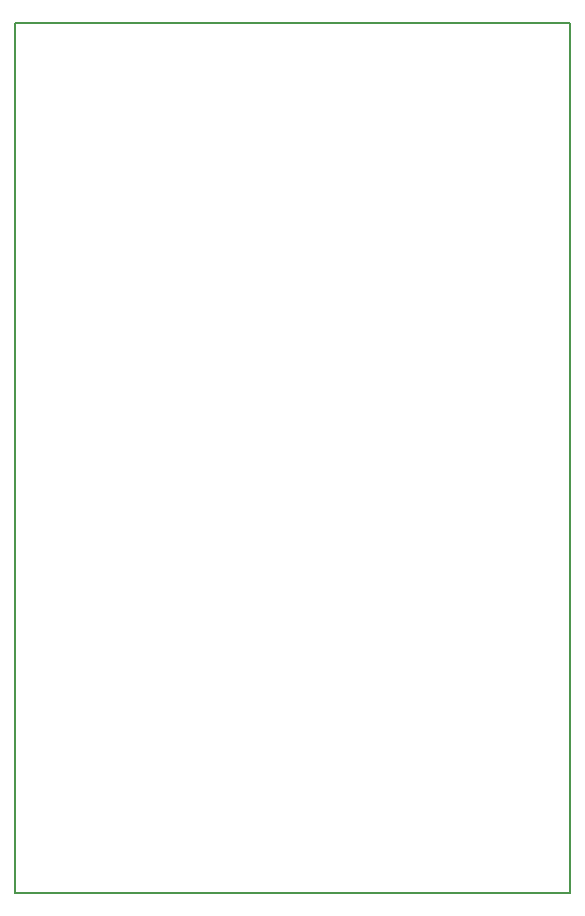
<source format=gbr>
G04 PROTEUS RS274X GERBER FILE*
%FSLAX45Y45*%
%MOMM*%
G01*
%ADD25C,0.203200*%
D25*
X+5000000Y+2667000D02*
X+9699000Y+2667000D01*
X+9699000Y+10033000D01*
X+5000000Y+10033000D01*
X+5000000Y+2667000D01*
M02*

</source>
